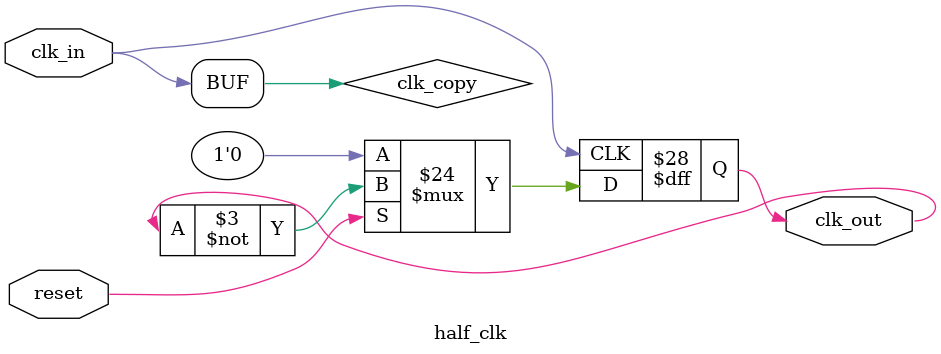
<source format=v>
module half_clk(reset, clk_in, clk_out);
    input clk_in, reset;
    output clk_out;
    reg clk_out;
    reg[7:0] clk_cnt;
    reg clk_copy;
    always @(negedge clk_in)
    begin
	    if (!reset) begin clk_out <= 0; clk_cnt <= 0; end
	    else begin clk_out <= ~clk_out; clk_cnt <= clk_cnt + 1; end
    end

    always @(clk_in) clk_copy <= clk_in;

    reg[7:0] ccc;
    reg[7:0] ddd;
    always @(posedge clk_in)
    begin
	    if (!reset) begin ccc <= 0; ddd <= 0; end
	    else begin 
		    if (clk_in) ccc <= ccc + 1;
		    if (clk_copy) ddd <= ddd + 1; 
	    end
    end 
endmodule

</source>
